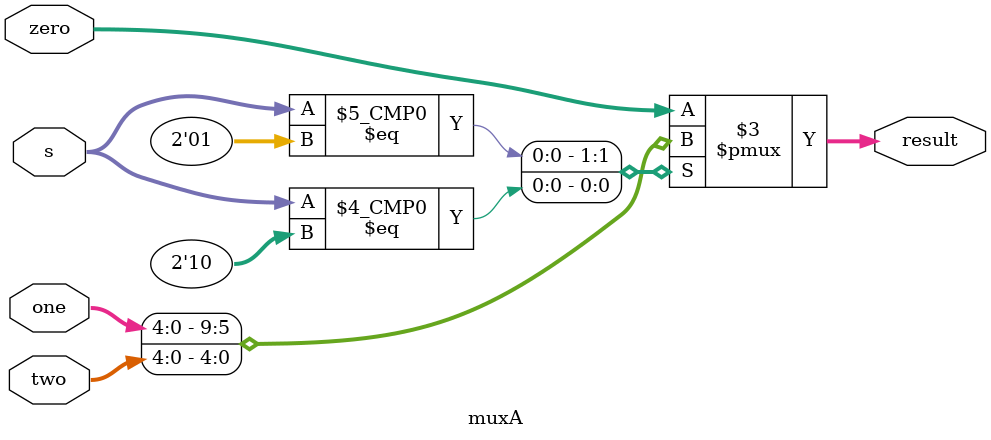
<source format=v>
module muxA (output reg [4:0] result, input [1:0] s, input [4:0] zero, one, two);

  always @(s,zero, one, two)
  case (s)
    2'b00: result = zero;
    2'b01: result =  one;
    2'b10: result = two;
    
    default: result = zero;
  endcase
endmodule
</source>
